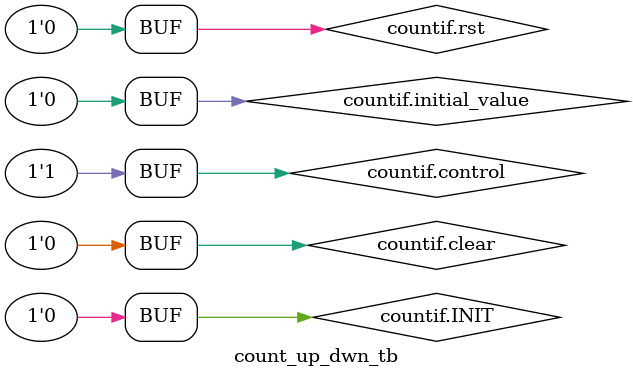
<source format=sv>
module count_up_dwn_tb (count_if countif);

initial begin
	
	countif.rst <= 1;
	countif.clear <= 1;
	#1
	countif.clear <= 0;
	countif.control = 2'b00;
	#2
	countif.rst <= 0;
	countif.INIT <= 0;
	#2
	countif.INIT = 1;
	countif.initial_value = 4'b1001;
	#3
	countif.INIT = 0;
	#15;
	countif.control = 2'b01;
	#15
	countif.control = 2'b10;
	#15
	countif.control = 2'b11;
	#260
	countif.control = 2'b01;
	countif.rst=1;
	#2
	countif.rst=0;
	#2
	countif.clear = 1;
	#2
	countif.clear = 0;
	countif.INIT = 1;
	countif.initial_value = 4'b1110;
	#2;
	countif.control = 2'b11;
	countif.INIT = 0;
	#250;
	countif.clear = 1;
	countif.clear = 0;
	
end


endmodule 
</source>
